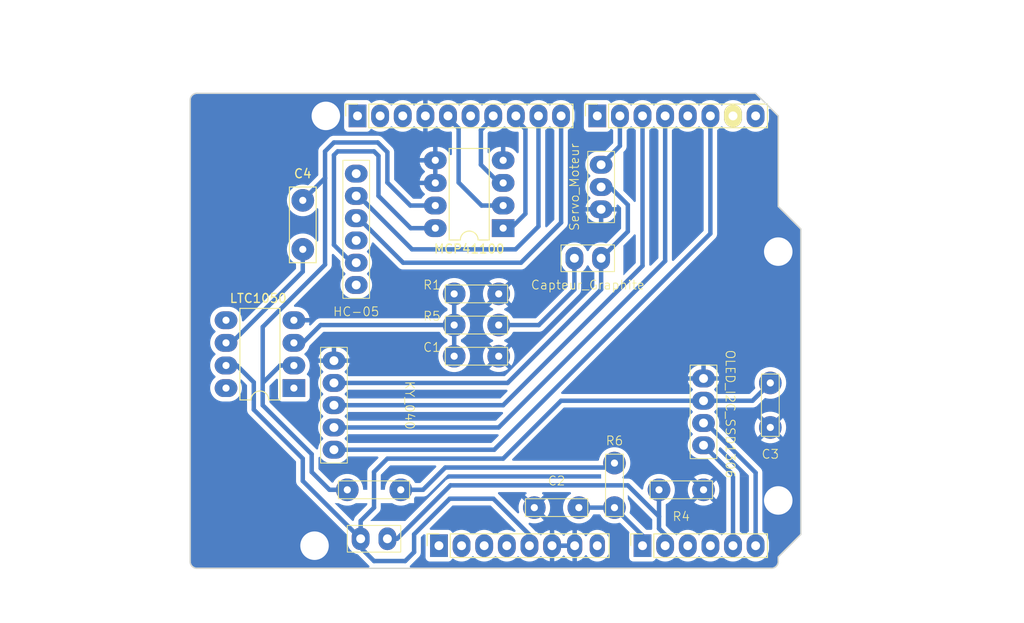
<source format=kicad_pcb>
(kicad_pcb (version 20240108) (generator "pcbnew") (generator_version "8.0")
  (title_block (date "mar. 31 mars 2015"))
  (layers (0 "F.Cu" signal) (31 "B.Cu" signal) (34 "B.Paste" user) (35 "F.Paste" user) (36 "B.SilkS" user "B.Silkscreen") (37 "F.SilkS" user "F.Silkscreen") (38 "B.Mask" user) (39 "F.Mask" user) (44 "Edge.Cuts" user))
  (net 0 "")
  (net 1 "IN+")
  (net 3 "P0W")
  (net 4 "/IOREF")
  (net 5 "ADC")
  (net 6 "GRAPH_1")
  (net 7 "/A2")
  (net 8 "/A3")
  (net 9 "Net-(LTC1050-OUT)")
  (net 10 "IN-")
  (net 12 "/12")
  (net 13 "/AREF")
  (net 14 "/Vin")
  (net 15 "/7")
  (net 16 "MOSI")
  (net 17 "SCL")
  (net 18 "SCK")
  (net 19 "CS")
  (net 20 "SDA")
  (net 21 "Rx")
  (net 22 "Tx")
  (net 23 "/TX{slash}1")
  (net 24 "/*3")
  (net 25 "/RX{slash}0")
  (net 26 "FLEX")
  (net 27 "CLK")
  (net 28 "/~{RESET}")
  (net 29 "PWM")
  (net 30 "DATA")
  (net 31 "SWITCH")
  (net 35 "GRAPH_2")
  (footprint "Connector_PinSocket_2.54mm:PinSocket_1x08_P2.54mm_Vertical" (layer "F.Cu") (at 127.94 97.46 90)
    (property "Reference" "J1" (hide yes))
    (property "Value" "Power")
    (fp_line (start 1.33 -1.33) (end 1.33 0) (stroke (width 0.12)) (layer "F.SilkS"))
    (fp_line (start 0 -1.33) (end 1.33 -1.33) (stroke (width 0.12)) (layer "F.SilkS"))
    (fp_line (start 1.33 1.27) (end 1.33 19.11) (stroke (width 0.12)) (layer "F.SilkS"))
    (fp_line (start -1.33 1.27) (end 1.33 1.27) (stroke (width 0.12)) (layer "F.SilkS"))
    (fp_line (start -1.33 1.27) (end -1.33 19.11) (stroke (width 0.12)) (layer "F.SilkS"))
    (fp_line (start -1.33 19.11) (end 1.33 19.11) (stroke (width 0.12)) (layer "F.SilkS"))
    (pad "1" thru_hole rect (at 0 0 90) (size 2.54 2) (drill 1) (layers "*.Cu" "*.Mask"))
    (pad "2" thru_hole oval (at 0 2.54 90) (size 2.54 2) (drill 1) (layers "*.Cu" "*.Mask") (net 4 "/IOREF"))
    (pad "3" thru_hole oval (at 0 5.08 90) (size 2.54 2) (drill 1) (layers "*.Cu" "*.Mask") (net 28 "/~{RESET}"))
    (pad "4" thru_hole oval (at 0 7.62 90) (size 2.54 2) (drill 1) (layers "*.Cu" "*.Mask"))
    (pad "5" thru_hole oval (at 0 10.16 90) (size 2.54 2) (drill 1) (layers "*.Cu" "F.Mask") (net 6 "GRAPH_1"))
    (pad "6" thru_hole oval (at 0 12.7 90) (size 2.54 2) (drill 1) (layers "*.Cu" "*.Mask") (net 3 "P0W"))
    (pad "7" thru_hole oval (at 0 15.24 90) (size 2.54 1.7) (drill 1) (layers "*.Cu" "*.Mask") (net 3 "P0W"))
    (pad "8" thru_hole oval (at 0 17.78 90) (size 2.54 1.7) (drill 1) (layers "*.Cu" "*.Mask") (net 14 "/Vin"))
  )
  (footprint "Connector_PinSocket_2.54mm:PinSocket_1x06_P2.54mm_Vertical" (layer "F.Cu") (at 150.8 97.46 90)
    (property "Reference" "J3" (hide yes))
    (property "Value" "Analog")
    (fp_line (start 1.33 -1.33) (end 1.33 0) (stroke (width 0.12)) (layer "F.SilkS"))
    (fp_line (start 0 -1.33) (end 1.33 -1.33) (stroke (width 0.12)) (layer "F.SilkS"))
    (fp_line (start 1.33 1.27) (end 1.33 14.03) (stroke (width 0.12)) (layer "F.SilkS"))
    (fp_line (start -1.33 1.27) (end 1.33 1.27) (stroke (width 0.12)) (layer "F.SilkS"))
    (fp_line (start -1.33 1.27) (end -1.33 14.03) (stroke (width 0.12)) (layer "F.SilkS"))
    (fp_line (start -1.33 14.03) (end 1.33 14.03) (stroke (width 0.12)) (layer "F.SilkS"))
    (pad "1" thru_hole rect (at 0 0 90) (size 2.54 2) (drill 1) (layers "*.Cu" "*.Mask") (net 5 "ADC"))
    (pad "2" thru_hole oval (at 0 2.54 90) (size 2.54 2) (drill 1) (layers "*.Cu" "*.Mask") (net 26 "FLEX"))
    (pad "3" thru_hole oval (at 0 5.08 90) (size 2.54 2) (drill 1) (layers "*.Cu" "*.Mask") (net 7 "/A2"))
    (pad "4" thru_hole oval (at 0 7.62 90) (size 2.54 2) (drill 1) (layers "*.Cu" "*.Mask") (net 8 "/A3"))
    (pad "5" thru_hole oval (at 0 10.16 90) (size 2.54 2) (drill 1) (layers "*.Cu" "*.Mask") (net 20 "SDA"))
    (pad "6" thru_hole oval (at 0 12.7 90) (size 2.54 2) (drill 1) (layers "*.Cu" "*.Mask") (net 17 "SCL"))
  )
  (footprint "Connector_PinSocket_2.54mm:PinSocket_1x10_P2.54mm_Vertical" (layer "F.Cu") (at 118.796 49.2 90)
    (property "Reference" "J2" (hide yes))
    (property "Value" "Digital/PWM")
    (fp_line (start 1.33 -1.33) (end 1.33 0) (stroke (width 0.12)) (layer "F.SilkS"))
    (fp_line (start 0 -1.33) (end 1.33 -1.33) (stroke (width 0.12)) (layer "F.SilkS"))
    (fp_line (start 1.33 1.27) (end 1.33 24.19) (stroke (width 0.12)) (layer "F.SilkS"))
    (fp_line (start -1.33 1.27) (end 1.33 1.27) (stroke (width 0.12)) (layer "F.SilkS"))
    (fp_line (start -1.33 1.27) (end -1.33 24.19) (stroke (width 0.12)) (layer "F.SilkS"))
    (fp_line (start -1.33 24.19) (end 1.33 24.19) (stroke (width 0.12)) (layer "F.SilkS"))
    (pad "1" thru_hole rect (at 0 0 90) (size 2.54 2) (drill 1) (layers "*.Cu" "B.Mask") (net 17 "SCL"))
    (pad "2" thru_hole oval (at 0 2.54 90) (size 2.54 2) (drill 1) (layers "*.Cu" "*.Mask") (net 20 "SDA"))
    (pad "3" thru_hole oval (at 0 5.08 90) (size 2.54 2) (drill 1) (layers "*.Cu" "*.Mask") (net 13 "/AREF"))
    (pad "4" thru_hole oval (at 0 7.62 90) (size 2.54 2) (drill 1) (layers "*.Cu" "*.Mask") (net 3 "P0W"))
    (pad "5" thru_hole oval (at 0 10.16 90) (size 2.54 2) (drill 1) (layers "*.Cu" "*.Mask") (net 18 "SCK"))
    (pad "6" thru_hole oval (at 0 12.7 90) (size 2.54 2) (drill 1) (layers "*.Cu" "*.Mask") (net 12 "/12"))
    (pad "7" thru_hole oval (at 0 15.24 90) (size 2.54 2) (drill 1) (layers "*.Cu" "*.Mask") (net 16 "MOSI"))
    (pad "8" thru_hole oval (at 0 17.78 90) (size 2.54 2) (drill 1) (layers "*.Cu" "*.Mask") (net 19 "CS"))
    (pad "9" thru_hole oval (at 0 20.32 90) (size 2.54 2) (drill 1) (layers "*.Cu" "*.Mask") (net 22 "Tx"))
    (pad "10" thru_hole oval (at 0 22.86 90) (size 2.54 2) (drill 1) (layers "*.Cu" "*.Mask") (net 21 "Rx"))
  )
  (footprint "Connector_PinSocket_2.54mm:PinSocket_1x08_P2.54mm_Vertical" (layer "F.Cu") (at 145.72 49.2 90)
    (property "Reference" "J4" (hide yes))
    (property "Value" "Digital/PWM")
    (fp_line (start 1.33 -1.33) (end 1.33 0) (stroke (width 0.12)) (layer "F.SilkS"))
    (fp_line (start 0 -1.33) (end 1.33 -1.33) (stroke (width 0.12)) (layer "F.SilkS"))
    (fp_line (start 1.33 1.27) (end 1.33 19.11) (stroke (width 0.12)) (layer "F.SilkS"))
    (fp_line (start -1.33 1.27) (end 1.33 1.27) (stroke (width 0.12)) (layer "F.SilkS"))
    (fp_line (start -1.33 1.27) (end -1.33 19.11) (stroke (width 0.12)) (layer "F.SilkS"))
    (fp_line (start -1.33 19.11) (end 1.33 19.11) (stroke (width 0.12)) (layer "F.SilkS"))
    (pad "1" thru_hole rect (at 0 0 90) (size 2.54 2) (drill 1) (layers "*.Cu" "*.Mask") (net 15 "/7"))
    (pad "2" thru_hole oval (at 0 2.54 90) (size 2.54 2) (drill 1) (layers "*.Cu" "*.Mask") (net 29 "PWM"))
    (pad "3" thru_hole oval (at 0 5.08 90) (size 2.54 2) (drill 1) (layers "*.Cu" "*.Mask") (net 31 "SWITCH"))
    (pad "4" thru_hole oval (at 0 7.62 90) (size 2.54 2) (drill 1) (layers "*.Cu" "*.Mask") (net 30 "DATA"))
    (pad "5" thru_hole oval (at 0 10.16 90) (size 2.54 2) (drill 1) (layers "*.Cu" "*.Mask") (net 24 "/*3"))
    (pad "6" thru_hole oval (at 0 12.7 90) (size 2.54 2) (drill 1) (layers "*.Cu" "*.Mask") (net 27 "CLK"))
    (pad "7" thru_hole oval (at 0 15.24 90) (size 2.54 2) (drill 1) (layers "*.Cu" "*.Mask" "F.SilkS") (net 23 "/TX{slash}1"))
    (pad "8" thru_hole oval (at 0 17.78 90) (size 2.54 2) (drill 1) (layers "*.Cu" "*.Mask") (net 25 "/RX{slash}0"))
  )
  (footprint "Library_empreintes:OLED SSD1306" (layer "F.Cu") (at 157.65 82.685 -90)
    (property "Reference" "OLED_I2C_SSD1306" (at 0 -3 -90) (layer "F.SilkS") (effects (font (thickness 0.1))))
    (property "Value" "~" (hide yes))
    (fp_rect (start -5.5 -1.5) (end 5 1.5) (stroke (width 0.1)) (fill none) (layer "F.SilkS"))
    (pad "1" thru_hole oval (at -4 0 180) (size 2.54 2) (drill 1) (layers "*.Cu" "*.Mask") (net 3 "P0W"))
    (pad "2" thru_hole oval (at -1.5 0) (size 2.54 2) (drill 1) (layers "*.Cu" "*.Mask") (net 6 "GRAPH_1"))
    (pad "3" thru_hole oval (at 1 0) (size 2.54 2) (drill 1) (layers "*.Cu" "*.Mask") (net 17 "SCL"))
    (pad "4" thru_hole oval (at 3.5 0 270) (size 2 2.54) (drill 1) (layers "*.Cu" "*.Mask") (net 20 "SDA"))
  )
  (footprint "Library_empreintes:R_ou_C_a_100n" (layer "F.Cu") (at 155.15 91.185)
    (property "Reference" "R4" (at 0 3 0) (layer "F.SilkS") (effects (font (thickness 0.1))))
    (property "Value" "47k" (hide yes))
    (fp_rect (start -3.5 -1) (end 3.5 1) (stroke (width 0.1)) (fill none) (layer "F.SilkS"))
    (pad "1" thru_hole circle (at -2.5 0 90) (size 2.54 2.54) (drill 0.8) (layers "*.Cu" "*.Mask") (net 26 "FLEX"))
    (pad "2" thru_hole circle (at 2.5 0 90) (size 2.54 2.54) (drill 0.8) (layers "*.Cu" "*.Mask") (net 3 "P0W"))
  )
  (footprint "Library_empreintes:Encodeur KY_040" (layer "F.Cu") (at 116.15 81.685 90)
    (property "Reference" "KY_040" (at 0 8.5 270) (layer "F.SilkS") (effects (font (thickness 0.1))))
    (property "Value" "~" (hide yes))
    (fp_rect (start -6.5 -1.5) (end 6.5 1.5) (stroke (width 0.1)) (fill none) (layer "F.SilkS"))
    (pad "1" thru_hole oval (at -5 0 90) (size 2 2.54) (drill 1) (layers "*.Cu" "*.Mask") (net 27 "CLK"))
    (pad "2" thru_hole oval (at -2.5 0 90) (size 2 2.54) (drill 1) (layers "*.Cu" "*.Mask") (net 30 "DATA"))
    (pad "3" thru_hole oval (at 0 0 90) (size 2 2.54) (drill 1) (layers "*.Cu" "*.Mask") (net 31 "SWITCH"))
    (pad "4" thru_hole oval (at 2.5 0 90) (size 2 2.54) (drill 1) (layers "*.Cu" "*.Mask") (net 6 "GRAPH_1"))
    (pad "5" thru_hole oval (at 5 0 90) (size 2 2.54) (drill 1) (layers "*.Cu" "*.Mask") (net 3 "P0W"))
  )
  (footprint "Package_DIP:DIP-8_W7.62mm_LongPads" (layer "F.Cu") (at 135.15 61.805 180)
    (property "Reference" "MCP41100" (at 3.81 -2.33 180) (layer "F.SilkS"))
    (property "Value" "~" (hide yes))
    (fp_line (start 6.06 8.95) (end 6.06 -1.33) (stroke (width 0.12)) (layer "F.SilkS"))
    (fp_line (start 6.06 -1.33) (end 4.81 -1.33) (stroke (width 0.12)) (layer "F.SilkS"))
    (fp_line (start 2.81 -1.33) (end 1.56 -1.33) (stroke (width 0.12)) (layer "F.SilkS"))
    (fp_line (start 1.56 8.95) (end 6.06 8.95) (stroke (width 0.12)) (layer "F.SilkS"))
    (fp_line (start 1.56 -1.33) (end 1.56 8.95) (stroke (width 0.12)) (layer "F.SilkS"))
    (fp_arc (start 4.81 -1.33) (mid 3.81 -0.33) (end 2.81 -1.33) (stroke (width 0.12)) (layer "F.SilkS"))
    (pad "1" thru_hole rect (at 0 0 180) (size 2.54 2) (drill 0.8) (layers "*.Cu" "*.Mask") (net 19 "CS"))
    (pad "2" thru_hole oval (at 0 2.54 180) (size 2.54 2) (drill 0.8) (layers "*.Cu" "*.Mask") (net 18 "SCK"))
    (pad "3" thru_hole oval (at 0 5.08 180) (size 2.54 2) (drill 0.8) (layers "*.Cu" "*.Mask") (net 16 "MOSI"))
    (pad "4" thru_hole oval (at 0 7.62 180) (size 2.54 2) (drill 0.8) (layers "*.Cu" "*.Mask") (net 3 "P0W"))
    (pad "5" thru_hole oval (at 7.62 7.62 180) (size 2.54 2) (drill 0.8) (layers "*.Cu" "*.Mask") (net 3 "P0W"))
    (pad "6" thru_hole oval (at 7.62 5.08 180) (size 2.54 2) (drill 0.8) (layers "*.Cu" "*.Mask") (net 3 "P0W"))
    (pad "7" thru_hole oval (at 7.62 2.54 180) (size 2.54 2) (drill 0.8) (layers "*.Cu" "*.Mask") (net 10 "IN-"))
    (pad "8" thru_hole oval (at 7.62 0 180) (size 2.54 2) (drill 0.8) (layers "*.Cu" "*.Mask") (net 6 "GRAPH_1"))
  )
  (footprint "Library_empreintes:R_ou_C_a_100n" (layer "F.Cu") (at 132.15 76.185)
    (property "Reference" "C1" (at -5 -1 0) (layer "F.SilkS") (effects (font (thickness 0.1))))
    (property "Value" "100n" (hide yes))
    (fp_rect (start -3.5 -1) (end 3.5 1) (stroke (width 0.1)) (fill none) (layer "F.SilkS"))
    (pad "1" thru_hole circle (at -2.5 0 90) (size 2.54 2.54) (drill 0.8) (layers "*.Cu" "*.Mask") (net 1 "IN+"))
    (pad "2" thru_hole circle (at 2.5 0 90) (size 2.54 2.54) (drill 0.8) (layers "*.Cu" "*.Mask") (net 3 "P0W"))
  )
  (footprint "Library_emprintes:HC-05 (Bluetooth)" (layer "F.Cu") (at 117.15 61.685 90)
    (property "Reference" "HC-05" (at -9.5 1.5 0) (layer "F.SilkS") (effects (font (thickness 0.1))))
    (property "Value" "~" (hide yes))
    (fp_rect (start -8 0) (end 7.5 3) (stroke (width 0.1)) (fill none) (layer "F.SilkS"))
    (pad "1" thru_hole oval (at -6.5 1.5 270) (size 2 2.54) (drill 1) (layers "*.Cu" "*.Mask"))
    (pad "2" thru_hole oval (at -4 1.5 90) (size 2 2.54) (drill 1) (layers "*.Cu" "*.Mask") (net 6 "GRAPH_1"))
    (pad "3" thru_hole oval (at -1.5 1.5 90) (size 2 2.54) (drill 1) (layers "*.Cu" "*.Mask") (net 3 "P0W"))
    (pad "4" thru_hole oval (at 1 1.5 90) (size 2 2.54) (drill 1) (layers "*.Cu" "*.Mask") (net 21 "Rx"))
    (pad "5" thru_hole oval (at 3.5 1.5 90) (size 2 2.54) (drill 1) (layers "*.Cu" "*.Mask") (net 22 "Tx"))
    (pad "6" thru_hole oval (at 6 1.5 90) (size 2 2.54) (drill 1) (layers "*.Cu" "*.Mask"))
  )
  (footprint "Arduino_MountingHole:MountingHole_3.2mm" (layer "F.Cu") (at 115.24 49.2)
    (property "Reference" "MH1" (hide yes))
    (property "Value" "MountingHole_3.2mm" (hide yes))
    (pad "" np_thru_hole circle (at 0 0) (size 3.2 3.2) (drill 3.2) (layers "*.Cu" "*.Mask"))
  )
  (footprint "Library_empreintes:R_ou_C_a_100n" (layer "F.Cu") (at 132.15 72.685 180)
    (property "Reference" "R5" (at 5 1 0) (layer "F.SilkS") (effects (font (thickness 0.1))))
    (property "Value" "10k" (hide yes))
    (fp_rect (start -3.5 -1) (end 3.5 1) (stroke (width 0.1)) (fill none) (layer "F.SilkS"))
    (pad "1" thru_hole circle (at -2.5 0 270) (size 2.54 2.54) (drill 0.8) (layers "*.Cu" "*.Mask") (net 35 "GRAPH_2"))
    (pad "2" thru_hole circle (at 2.5 0 270) (size 2.54 2.54) (drill 0.8) (layers "*.Cu" "*.Mask") (net 1 "IN+"))
  )
  (footprint "Library_empreintes:Sensor" (layer "F.Cu") (at 144.65 65.185 180)
    (property "Reference" "Capteur_Graphite" (at 0 -3 0) (layer "F.SilkS") (effects (font (thickness 0.1))))
    (property "Value" "~" (hide yes))
    (fp_rect (start -3 -1.5) (end 3 1.5) (stroke (width 0.1)) (fill none) (layer "F.SilkS"))
    (pad "1" thru_hole oval (at -1.5 0 180) (size 2 2.54) (drill 1) (layers "*.Cu" "*.Mask") (net 6 "GRAPH_1"))
    (pad "2" thru_hole oval (at 1.5 0 180) (size 2 2.54) (drill 1) (layers "*.Cu" "*.Mask") (net 35 "GRAPH_2"))
  )
  (footprint "Library_empreintes:R_ou_C_a_100n" (layer "F.Cu") (at 141.15 93.185 180)
    (property "Reference" "C2" (at 0 3 0) (layer "F.SilkS") (effects (font (thickness 0.1))))
    (property "Value" "100n")
    (fp_rect (start -3.5 -1) (end 3.5 1) (stroke (width 0.1)) (fill none) (layer "F.SilkS"))
    (pad "1" thru_hole circle (at -2.5 0 270) (size 2.54 2.54) (drill 0.8) (layers "*.Cu" "*.Mask") (net 5 "ADC"))
    (pad "2" thru_hole circle (at 2.5 0 270) (size 2.54 2.54) (drill 0.8) (layers "*.Cu" "*.Mask") (net 3 "P0W"))
  )
  (footprint "Capacitor_THT:C_Rect_L7.0mm_W4.5mm_P5.00mm" (layer "F.Cu") (at 112.65 61.185 90)
    (property "Reference" "C4" (at 5.5 0 0) (layer "F.SilkS"))
    (property "Value" "1µ" (hide yes))
    (fp_line (start 4 -1.5) (end 4 1.5) (stroke (width 0.12)) (layer "F.SilkS"))
    (fp_line (start -4.5 -1.5) (end 4 -1.5) (stroke (width 0.12)) (layer "F.SilkS"))
    (fp_line (start -4.5 -1.5) (end -4.5 1.5) (stroke (width 0.12)) (layer "F.SilkS"))
    (fp_line (start -4.5 1.5) (end 4 1.5) (stroke (width 0.12)) (layer "F.SilkS"))
    (pad "1" thru_hole circle (at -3 0 90) (size 2.54 2.54) (drill 0.8) (layers "*.Cu" "*.Mask" "B.Paste") (net 9 "Net-(LTC1050-OUT)"))
    (pad "2" thru_hole circle (at 2.5 0 90) (size 2.54 2.54) (drill 0.8) (layers "*.Cu" "*.Mask") (net 10 "IN-"))
  )
  (footprint "Package_DIP:DIP-8_W7.62mm_LongPads" (layer "F.Cu") (at 111.65 79.765 180)
    (property "Reference" "LTC1050" (at 4 10.08 180) (layer "F.SilkS"))
    (property "Value" "~" (hide yes))
    (fp_line (start 6.06 8.95) (end 6.06 -1.33) (stroke (width 0.12)) (layer "F.SilkS"))
    (fp_line (start 6.06 -1.33) (end 4.81 -1.33) (stroke (width 0.12)) (layer "F.SilkS"))
    (fp_line (start 2.81 -1.33) (end 1.56 -1.33) (stroke (width 0.12)) (layer "F.SilkS"))
    (fp_line (start 1.56 8.95) (end 6.06 8.95) (stroke (width 0.12)) (layer "F.SilkS"))
    (fp_line (start 1.56 -1.33) (end 1.56 8.95) (stroke (width 0.12)) (layer "F.SilkS"))
    (fp_arc (start 4.81 -1.33) (mid 3.81 -0.33) (end 2.81 -1.33) (stroke (width 0.12)) (layer "F.SilkS"))
    (pad "1" thru_hole rect (at 0 0 180) (size 2.54 2) (drill 0.8) (layers "*.Cu" "*.Mask"))
    (pad "2" thru_hole oval (at 0 2.54 180) (size 2.54 2) (drill 0.8) (layers "*.Cu" "*.Mask") (net 10 "IN-"))
    (pad "3" thru_hole oval (at 0 5.08 180) (size 2.54 2) (drill 0.8) (layers "*.Cu" "*.Mask") (net 1 "IN+"))
    (pad "4" thru_hole oval (at 0 7.62 180) (size 2.54 2) (drill 0.8) (layers "*.Cu" "*.Mask") (net 3 "P0W"))
    (pad "5" thru_hole oval (at 7.62 7.62 180) (size 2.54 2) (drill 0.8) (layers "*.Cu" "*.Mask"))
    (pad "6" thru_hole oval (at 7.62 5.08 180) (size 2.54 2) (drill 0.8) (layers "*.Cu" "*.Mask") (net 9 "Net-(LTC1050-OUT)"))
    (pad "7" thru_hole oval (at 7.62 2.54 180) (size 2.54 2) (drill 0.8) (layers "*.Cu" "*.Mask") (net 6 "GRAPH_1"))
    (pad "8" thru_hole oval (at 7.62 0 180) (size 2.54 2) (drill 0.8) (layers "*.Cu" "*.Mask"))
  )
  (footprint "Library_empreintes:R_ou_C_a_100n" (layer "F.Cu") (at 147.65 90.685 -90)
    (property "Reference" "R6" (at -5 0 0) (layer "F.SilkS") (effects (font (thickness 0.1))))
    (property "Value" "1k")
    (fp_rect (start -3.5 -1) (end 3.5 1) (stroke (width 0.1)) (fill none) (layer "F.SilkS"))
    (pad "1" thru_hole circle (at -2.5 0) (size 2.54 2.54) (drill 0.8) (layers "*.Cu" "*.Mask") (net 9 "Net-(LTC1050-OUT)"))
    (pad "2" thru_hole circle (at 2.5 0) (size 2.54 2.54) (drill 0.8) (layers "*.Cu" "*.Mask") (net 5 "ADC"))
  )
  (footprint "Library_empreintes:R_ou_C_a_100n" (layer "F.Cu") (at 132.15 69.185)
    (property "Reference" "R1" (at -5 -1 0) (layer "F.SilkS") (effects (font (thickness 0.1))))
    (property "Value" "100k" (hide yes))
    (fp_rect (start -3.5 -1) (end 3.5 1) (stroke (width 0.1)) (fill none) (layer "F.SilkS"))
    (pad "1" thru_hole circle (at -2.5 0 90) (size 2.54 2.54) (drill 0.8) (layers "*.Cu" "*.Mask") (net 1 "IN+"))
    (pad "2" thru_hole circle (at 2.5 0 90) (size 2.54 2.54) (drill 0.8) (layers "*.Cu" "*.Mask") (net 3 "P0W"))
  )
  (footprint "Arduino_MountingHole:MountingHole_3.2mm" (layer "F.Cu") (at 113.97 97.46)
    (property "Reference" "MH2" (hide yes))
    (property "Value" "MountingHole_3.2mm" (hide yes))
    (pad "" np_thru_hole circle (at 0 0) (size 3.2 3.2) (drill 3.2) (layers "*.Cu" "*.Mask"))
  )
  (footprint "Library_empreintes:R_ou_C_a_100n" (layer "F.Cu") (at 120.65 91.185)
    (property "Reference" "R3" (hide yes))
    (property "Value" "100k" (hide yes))
    (fp_rect (start -4 -1) (end 4 1) (stroke (width 0.1)) (fill none) (layer "F.SilkS"))
    (pad "1" thru_hole circle (at -3 0 90) (size 2.54 2.54) (drill 0.8) (layers "*.Cu" "*.Mask") (net 10 "IN-"))
    (pad "2" thru_hole circle (at 3 0 90) (size 2.54 2.54) (drill 0.8) (layers "*.Cu" "*.Mask") (net 9 "Net-(LTC1050-OUT)"))
  )
  (footprint "Arduino_MountingHole:MountingHole_3.2mm" (layer "F.Cu") (at 166.04 64.44)
    (property "Reference" "MH3" (hide yes))
    (property "Value" "MountingHole_3.2mm" (hide yes))
    (pad "" np_thru_hole circle (at 0 0) (size 3.2 3.2) (drill 3.2) (layers "*.Cu" "*.Mask"))
  )
  (footprint "Library_empreintes:Sensor" (layer "F.Cu") (at 120.65 96.685)
    (property "Reference" "Flex_Sensor1" (hide yes))
    (property "Value" "~" (hide yes))
    (fp_rect (start -3 -1.5) (end 3 1.5) (stroke (width 0.1)) (fill none) (layer "F.SilkS"))
    (pad "1" thru_hole oval (at -1.5 0) (size 2 2.54) (drill 1) (layers "*.Cu" "*.Mask") (net 6 "GRAPH_1"))
    (pad "2" thru_hole oval (at 1.5 0) (size 2 2.54) (drill 1) (layers "*.Cu" "*.Mask") (net 26 "FLEX"))
  )
  (footprint "Arduino_MountingHole:MountingHole_3.2mm" (layer "F.Cu") (at 166.04 92.38)
    (property "Reference" "MH4" (hide yes))
    (property "Value" "MountingHole_3.2mm" (hide yes))
    (pad "" np_thru_hole circle (at 0 0) (size 3.2 3.2) (drill 3.2) (layers "*.Cu" "*.Mask"))
  )
  (footprint "Library_empreintes:R_ou_C_a_100n" (layer "F.Cu") (at 165.15 81.685 -90)
    (property "Reference" "C3" (at 5.5 0 0) (layer "F.SilkS") (effects (font (thickness 0.1))))
    (property "Value" "100n" (hide yes))
    (fp_rect (start -3.5 -1) (end 3.5 1) (stroke (width 0.1)) (fill none) (layer "F.SilkS"))
    (pad "1" thru_hole circle (at -2.5 0) (size 2.54 2.54) (drill 0.8) (layers "*.Cu" "*.Mask") (net 6 "GRAPH_1"))
    (pad "2" thru_hole circle (at 2.5 0) (size 2.54 2.54) (drill 0.8) (layers "*.Cu" "*.Mask") (net 3 "P0W"))
  )
  (footprint "Library_empreintes:Servo Moteur" (layer "F.Cu") (at 146.15 57.185 90)
    (property "Reference" "Servo_Moteur" (at 0 -3 90) (layer "F.SilkS") (effects (font (thickness 0.1))))
    (property "Value" "~" (hide yes))
    (fp_rect (start -4 -1.5) (end 4 1.5) (stroke (width 0.1)) (fill none) (layer "F.SilkS"))
    (pad "1" thru_hole oval (at -2.5 0 90) (size 2 2.54) (drill 1) (layers "*.Cu" "*.Mask") (net 3 "P0W"))
    (pad "2" thru_hole oval (at 0 0 90) (size 2 2.54) (drill 1) (layers "*.Cu" "*.Mask") (net 6 "GRAPH_1"))
    (pad "3" thru_hole oval (at 2.5 0 90) (size 2 2.54) (drill 1) (layers "*.Cu" "*.Mask") (net 29 "PWM"))
  )
  (gr_line (start 166.04 59.36) (end 168.58 61.9) (stroke (width 0.15)) (layer "Edge.Cuts"))
  (gr_line (start 100 99.238) (end 100 47.422) (stroke (width 0.15)) (layer "Edge.Cuts"))
  (gr_line (start 168.58 61.9) (end 168.58 96.19) (stroke (width 0.15)) (layer "Edge.Cuts"))
  (gr_line (start 165.278 100) (end 100.762 100) (stroke (width 0.15)) (layer "Edge.Cuts"))
  (gr_line (start 100.762 46.66) (end 163.5 46.66) (stroke (width 0.15)) (layer "Edge.Cuts"))
  (gr_arc (start 100.762 100) (mid 100.223185 99.776815) (end 100 99.238) (stroke (width 0.15)) (layer "Edge.Cuts"))
  (gr_line (start 168.58 96.19) (end 166.04 98.73) (stroke (width 0.15)) (layer "Edge.Cuts"))
  (gr_line (start 163.5 46.66) (end 166.04 49.2) (stroke (width 0.15)) (layer "Edge.Cuts"))
  (gr_arc (start 166.04 99.238) (mid 165.816815 99.776815) (end 165.278 100) (stroke (width 0.15)) (layer "Edge.Cuts"))
  (gr_line (start 166.04 49.2) (end 166.04 59.36) (stroke (width 0.15)) (layer "Edge.Cuts"))
  (gr_line (start 166.04 98.73) (end 166.04 99.238) (stroke (width 0.15)) (layer "Edge.Cuts"))
  (gr_arc (start 100 47.422) (mid 100.223185 46.883185) (end 100.762 46.66) (stroke (width 0.15)) (layer "Edge.Cuts"))
  (segment (start 129.65 69.185) (end 129.65 72.685) (width 0.5) (layer "B.Cu") (net 1))
  (segment (start 129.65 76.185) (end 129.65 72.685) (width 0.5) (layer "B.Cu") (net 1))
  (segment (start 112.65 74.685) (end 114.65 72.685) (width 0.5) (layer "B.Cu") (net 1))
  (segment (start 111.65 74.685) (end 112.65 74.685) (width 0.5) (layer "B.Cu") (net 1))
  (segment (start 114.65 72.685) (end 129.65 72.685) (width 0.5) (layer "B.Cu") (net 1))
  (segment (start 140.64 97.46) (end 140.362742 97.46) (width 0.5) (layer "B.Cu") (net 3))
  (segment (start 140.64 97.46) (end 143.18 97.46) (width 0.5) (layer "B.Cu") (net 3))
  (segment (start 150.8 96.335) (end 147.65 93.185) (width 0.5) (layer "B.Cu") (net 5))
  (segment (start 150.8 97.46) (end 150.8 96.335) (width 0.5) (layer "B.Cu") (net 5))
  (segment (start 151.04 97.46) (end 150.8 97.46) (width 0.5) (layer "B.Cu") (net 5))
  (segment (start 143.65 93.185) (end 147.65 93.185) (width 0.5) (layer "B.Cu") (net 5))
  (segment (start 112.65 90.185) (end 112.65 87.685) (width 0.5) (layer "B.Cu") (net 6))
  (segment (start 120.65 53.185) (end 121.15 53.685) (width 0.5) (layer "B.Cu") (net 6))
  (segment (start 107.15 82.185) (end 107.15 79.115) (width 0.5) (layer "B.Cu") (net 6))
  (segment (start 124.77 61.805) (end 127.53 61.805) (width 0.5) (layer "B.Cu") (net 6))
  (segment (start 121.15 53.685) (end 121.15 58.185) (width 0.5) (layer "B.Cu") (net 6))
  (segment (start 118.65 65.685) (end 118.15 65.685) (width 0.5) (layer "B.Cu") (net 6))
  (segment (start 146.15 68.685) (end 146.15 65.185) (width 0.5) (layer "B.Cu") (net 6))
  (segment (start 135.15 87.685) (end 141.65 81.185) (width 0.5) (layer "B.Cu") (net 6))
  (segment (start 141.65 81.185) (end 157.65 81.185) (width 0.5) (layer "B.Cu") (net 6))
  (segment (start 121.15 58.185) (end 124.77 61.805) (width 0.5) (layer "B.Cu") (net 6))
  (segment (start 138.1 96.23) (end 134.055 92.185) (width 0.5) (layer "B.Cu") (net 6))
  (segment (start 119.15 96.685) (end 119.15 94.685) (width 0.5) (layer "B.Cu") (net 6))
  (segment (start 107.15 79.115) (end 105.26 77.225) (width 0.5) (layer "B.Cu") (net 6))
  (segment (start 120.65 93.185) (end 120.65 89.185) (width 0.5) (layer "B.Cu") (net 6))
  (segment (start 118.15 65.685) (end 116.15 63.685) (width 0.5) (layer "B.Cu") (net 6))
  (segment (start 146.15 57.185) (end 147.15 57.185) (width 0.5) (layer "B.Cu") (net 6))
  (segment (start 149.15 62.185) (end 146.15 65.185) (width 0.5) (layer "B.Cu") (net 6))
  (segment (start 165.15 79.185) (end 163.15 81.185) (width 0.5) (layer "B.Cu") (net 6))
  (segment (start 116.564214 53.185) (end 120.65 53.185) (width 0.5) (layer "B.Cu") (net 6))
  (segment (start 125.15 98.185) (end 124.15 99.185) (width 0.5) (layer "B.Cu") (net 6))
  (segment (start 134.055 92.185) (end 129.15 92.185) (width 0.5) (layer "B.Cu") (net 6))
  (segment (start 125.15 96.185) (end 125.15 98.185) (width 0.5) (layer "B.Cu") (net 6))
  (segment (start 105.26 77.225) (end 104.03 77.225) (width 0.5) (layer "B.Cu") (net 6))
  (segment (start 119.15 94.685) (end 120.65 93.185) (width 0.5) (layer "B.Cu") (net 6))
  (segment (start 116.15 79.185) (end 135.65 79.185) (width 0.5) (layer "B.Cu") (net 6))
  (segment (start 120.65 99.185) (end 119.15 97.685) (width 0.5) (layer "B.Cu") (net 6))
  (segment (start 138.1 97.46) (end 138.1 96.23) (width 0.5) (layer "B.Cu") (net 6))
  (segment (start 135.65 79.185) (end 146.15 68.685) (width 0.5) (layer "B.Cu") (net 6))
  (segment (start 124.15 99.185) (end 120.65 99.185) (width 0.5) (layer "B.Cu") (net 6))
  (segment (start 119.15 96.685) (end 118.65 96.685) (width 0.5) (layer "B.Cu") (net 6))
  (segment (start 147.15 57.185) (end 149.15 59.185) (width 0.5) (layer "B.Cu") (net 6))
  (segment (start 116.15 53.599214) (end 116.564214 53.185) (width 0.5) (layer "B.Cu") (net 6))
  (segment (start 119.15 96.685) (end 112.65 90.185) (width 0.5) (layer "B.Cu") (net 6))
  (segment (start 129.15 92.185) (end 125.15 96.185) (width 0.5) (layer "B.Cu") (net 6))
  (segment (start 149.15 59.185) (end 149.15 62.185) (width 0.5) (layer "B.Cu") (net 6))
  (segment (start 119.15 97.685) (end 119.15 96.685) (width 0.5) (layer "B.Cu") (net 6))
  (segment (start 118.65 65.685) (end 118.92 65.685) (width 0.5) (layer "B.Cu") (net 6))
  (segment (start 163.15 81.185) (end 157.65 81.185) (width 0.5) (layer "B.Cu") (net 6))
  (segment (start 116.15 63.685) (end 116.15 53.599214) (width 0.5) (layer "B.Cu") (net 6))
  (segment (start 122.15 87.685) (end 135.15 87.685) (width 0.5) (layer "B.Cu") (net 6))
  (segment (start 146.15 57.185) (end 145.88 57.185) (width 0.5) (layer "B.Cu") (net 6))
  (segment (start 112.65 87.685) (end 107.15 82.185) (width 0.5) (layer "B.Cu") (net 6))
  (segment (start 120.65 89.185) (end 122.15 87.685) (width 0.5) (layer "B.Cu") (net 6))
  (segment (start 112.65 66.685) (end 104.65 74.685) (width 0.5) (layer "B.Cu") (net 9))
  (segment (start 112.65 64.185) (end 112.65 66.685) (width 0.5) (layer "B.Cu") (net 9))
  (segment (start 147.15 88.685) (end 147.65 88.185) (width 0.5) (layer "B.Cu") (net 9))
  (segment (start 104.65 74.685) (end 104.03 74.685) (width 0.5) (layer "B.Cu") (net 9))
  (segment (start 126.15 91.185) (end 128.65 88.685) (width 0.5) (layer "B.Cu") (net 9))
  (segment (start 128.65 88.685) (end 147.15 88.685) (width 0.5) (layer "B.Cu") (net 9))
  (segment (start 123.65 91.185) (end 126.15 91.185) (width 0.5) (layer "B.Cu") (net 9))
  (segment (start 124.73 59.265) (end 122.15 56.685) (width 0.5) (layer "B.Cu") (net 10))
  (segment (start 113.65 89.185) (end 113.65 87.185) (width 0.5) (layer "B.Cu") (net 10))
  (segment (start 116.15 52.185) (end 115.15 53.185) (width 0.5) (layer "B.Cu") (net 10))
  (segment (start 115.15 53.185) (end 115.15 56.185) (width 0.5) (layer "B.Cu") (net 10))
  (segment (start 115.65 91.185) (end 113.65 89.185) (width 0.5) (layer "B.Cu") (net 10))
  (segment (start 121.064214 52.185) (end 116.15 52.185) (width 0.5) (layer "B.Cu") (net 10))
  (segment (start 108.15 79.185) (end 108.15 72.900126) (width 0.5) (layer "B.Cu") (net 10))
  (segment (start 122.15 56.685) (end 122.15 53.270786) (width 0.5) (layer "B.Cu") (net 10))
  (segment (start 108.15 72.900126) (end 115.15 65.900126) (width 0.5) (layer "B.Cu") (net 10))
  (segment (start 122.15 53.270786) (end 121.064214 52.185) (width 0.5) (layer "B.Cu") (net 10))
  (segment (start 117.65 91.185) (end 115.65 91.185) (width 0.5) (layer "B.Cu") (net 10))
  (segment (start 108.15 79.185) (end 110.11 77.225) (width 0.5) (layer "B.Cu") (net 10))
  (segment (start 113.65 87.185) (end 108.15 81.685) (width 0.5) (layer "B.Cu") (net 10))
  (segment (start 112.65 58.685) (end 115.15 56.185) (width 0.5) (layer "B.Cu") (net 10))
  (segment (start 112.15 58.185) (end 112.15 58.685) (width 0.5) (layer "B.Cu") (net 10))
  (segment (start 127.53 59.265) (end 124.73 59.265) (width 0.5) (layer "B.Cu") (net 10))
  (segment (start 115.15 65.900126) (end 115.15 56.185) (width 0.5) (layer "B.Cu") (net 10))
  (segment (start 110.11 77.225) (end 111.65 77.225) (width 0.5) (layer "B.Cu") (net 10))
  (segment (start 108.15 81.685) (end 108.15 79.185) (width 0.5) (layer "B.Cu") (net 10))
  (segment (start 132.65 54.685) (end 132.65 50.790874) (width 0.5) (layer "B.Cu") (net 16))
  (segment (start 134.69 56.725) (end 132.65 54.685) (width 0.5) (layer "B.Cu") (net 16))
  (segment (start 135.15 56.725) (end 134.69 56.725) (width 0.5) (layer "B.Cu") (net 16))
  (segment (start 134.036 49.2) (end 134.036 49.404874) (width 0.5) (layer "B.Cu") (net 16))
  (segment (start 134.036 49.404874) (end 132.65 50.790874) (width 0.5) (layer "B.Cu") (net 16))
  (segment (start 157.65 83.685) (end 157.92 83.685) (width 0.5) (layer "B.Cu") (net 17))
  (segment (start 163.5 89.265) (end 163.5 97.46) (width 0.5) (layer "B.Cu") (net 17))
  (segment (start 157.92 83.685) (end 163.5 89.265) (width 0.5) (layer "B.Cu") (net 17))
  (segment (start 130.15 50.598874) (end 128.956 49.404874) (width 0.5) (layer "B.Cu") (net 18))
  (segment (start 132.73 59.265) (end 130.15 56.685) (width 0.5) (layer "B.Cu") (net 18))
  (segment (start 128.956 49.404874) (end 128.956 49.2) (width 0.5) (layer "B.Cu") (net 18))
  (segment (start 135.15 59.265) (end 132.73 59.265) (width 0.5) (layer "B.Cu") (net 18))
  (segment (start 128.76 49.396) (end 128.956 49.2) (width 0.5) (layer "B.Cu") (net 18))
  (segment (start 130.15 56.685) (end 130.15 50.598874) (width 0.5) (layer "B.Cu") (net 18))
  (segment (start 137.65 50.685) (end 136.576 49.611) (width 0.5) (layer "B.Cu") (net 19))
  (segment (start 136.03 61.805) (end 137.65 60.185) (width 0.5) (layer "B.Cu") (net 19))
  (segment (start 136.576 49.611) (end 136.576 49.2) (width 0.5) (layer "B.Cu") (net 19))
  (segment (start 137.65 60.185) (end 137.65 50.685) (width 0.5) (layer "B.Cu") (net 19))
  (segment (start 135.15 61.805) (end 136.03 61.805) (width 0.5) (layer "B.Cu") (net 19))
  (segment (start 157.65 86.185) (end 160.96 89.495) (width 0.5) (layer "B.Cu") (net 20))
  (segment (start 160.96 89.495) (end 160.96 97.46) (width 0.5) (layer "B.Cu") (net 20))
  (segment (start 123.92 65.685) (end 137.15 65.685) (width 0.5) (layer "B.Cu") (net 21))
  (segment (start 137.15 65.685) (end 141.656 61.179) (width 0.5) (layer "B.Cu") (net 21))
  (segment (start 141.656 61.179) (end 141.656 49.2) (width 0.5) (layer "B.Cu") (net 21))
  (segment (start 118.65 60.685) (end 118.92 60.685) (width 0.5) (layer "B.Cu") (net 21))
  (segment (start 118.92 60.685) (end 123.92 65.685) (width 0.5) (layer "B.Cu") (net 21))
  (segment (start 136.54 64.185) (end 139.116 61.609) (width 0.5) (layer "B.Cu") (net 22))
  (segment (start 118.92 58.185) (end 124.92 64.185) (width 0.5) (layer "B.Cu") (net 22))
  (segment (start 138.885786 49.2) (end 139.116 49.2) (width 0.5) (layer "B.Cu") (net 22))
  (segment (start 118.65 58.185) (end 118.92 58.185) (width 0.5) (layer "B.Cu") (net 22))
  (segment (start 139.116 61.609) (end 139.116 49.2) (width 0.5) (layer "B.Cu") (net 22))
  (segment (start 124.92 64.185) (end 136.54 64.185) (width 0.5) (layer "B.Cu") (net 22))
  (segment (start 149.15 90.685) (end 152.65 94.185) (width 0.5) (layer "B.Cu") (net 26))
  (segment (start 152.65 91.185) (end 152.65 94.185) (width 0.5) (layer "B.Cu") (net 26))
  (segment (start 152.65 95.54) (end 152.7225 95.6125) (width 0.5) (layer "B.Cu") (net 26))
  (segment (start 153.34 96.23) (end 153.34 97.46) (width 0.5) (layer "B.Cu") (net 26))
  (segment (start 152.65 94.185) (end 152.65 95.54) (width 0.5) (layer "B.Cu") (net 26))
  (segment (start 129.235786 90.685) (end 149.15 90.685) (width 0.5) (layer "B.Cu") (net 26))
  (segment (start 122.15 96.685) (end 123.235786 96.685) (width 0.5) (layer "B.Cu") (net 26))
  (segment (start 152.7225 95.6125) (end 153.34 96.23) (width 0.5) (layer "B.Cu") (net 26))
  (segment (start 123.235786 96.685) (end 129.235786 90.685) (width 0.5) (layer "B.Cu") (net 26))
  (segment (start 158.42 62.415) (end 134.15 86.685) (width 0.5) (layer "B.Cu") (net 27))
  (segment (start 158.42 49.2) (end 158.42 62.415) (width 0.5) (layer "B.Cu") (net 27))
  (segment (start 134.15 86.685) (end 116.15 86.685) (width 0.5) (layer "B.Cu") (net 27))
  (segment (start 146.15 54.685) (end 148.26 52.575) (width 0.5) (layer "B.Cu") (net 29))
  (segment (start 148.26 52.575) (end 148.26 49.2) (width 0.5) (layer "B.Cu") (net 29))
  (segment (start 153.34 65.495) (end 134.65 84.185) (width 0.5) (layer "B.Cu") (net 30))
  (segment (start 134.65 84.185) (end 116.15 84.185) (width 0.5) (layer "B.Cu") (net 30))
  (segment (start 153.34 49.2) (end 153.34 65.495) (width 0.5) (layer "B.Cu") (net 30))
  (segment (start 135.15 81.685) (end 116.15 81.685) (width 0.5) (layer "B.Cu") (net 31))
  (segment (start 150.8 49.2) (end 150.8 66.035) (width 0.5) (layer "B.Cu") (net 31))
  (segment (start 150.8 66.035) (end 135.15 81.685) (width 0.5) (layer "B.Cu") (net 31))
  (segment (start 143.15 68.685) (end 143.15 65.185) (width 0.5) (layer "B.Cu") (net 35))
  (segment (start 134.65 72.685) (end 139.15 72.685) (width 0.5) (layer "B.Cu") (net 35))
  (segment (start 139.15 72.685) (end 143.15 68.685) (width 0.5) (layer "B.Cu") (net 35))
  (zone (net 3) (net_name "P0W") (layer "B.Cu") (priority 2) (connect_pads (clearance 0.508)) (min_thickness 0.25) (fill yes (thermal_gap 0.5) (thermal_bridge_width 0.5))
    (polygon (pts (xy 150.65 50.185) (xy 150.65 67.685) (xy 153.15 65.185) (xy 153.15 50.185)))
  )
  (zone (net 3) (net_name "P0W") (layer "B.Cu") (priority 7) (connect_pads (clearance 0.508)) (min_thickness 0.25) (fill yes (thermal_gap 0.5) (thermal_bridge_width 0.5))
    (polygon (pts (xy 160.65 89.685) (xy 163.65 89.685) (xy 163.65 96.185) (xy 160.65 96.185)))
  )
  (zone (net 3) (net_name "P0W") (layer "B.Cu") (priority 5) (connect_pads (clearance 0.508)) (min_thickness 0.25) (fill yes (thermal_gap 0.5) (thermal_bridge_width 0.5))
    (polygon (pts (xy 135.65 79.185) (xy 135.65 87.685) (xy 116.65 87.685) (xy 116.65 79.185)))
  )
  (zone (net 3) (net_name "P0W") (layer "B.Cu") (priority 8) (connect_pads (clearance 0.508)) (min_thickness 0.25) (fill yes (thermal_gap 0.5) (thermal_bridge_width 0.5))
    (polygon (pts (xy 146.15 90.685) (xy 146.15 88.685) (xy 128.65 88.685) (xy 128.65 91.185) (xy 129.15 90.685)))
  )
  (zone (net 3) (net_name "P0W") (layer "B.Cu") (priority 3) (connect_pads (clearance 0.508)) (min_thickness 0.25) (fill yes (thermal_gap 0.5) (thermal_bridge_width 0.5))
    (polygon (pts (xy 139.15 50.185) (xy 139.15 63.685) (xy 141.65 61.185) (xy 141.65 50.185)))
  )
  (zone (net 3) (net_name "P0W") (layer "B.Cu") (priority 12) (connect_pads (clearance 0.508)) (min_thickness 0.25) (fill yes (thermal_gap 0.5) (thermal_bridge_width 0.5))
    (polygon (pts (xy 126.15 91.185) (xy 114.15 91.185) (xy 114.15 86.685) (xy 130.65 86.685)))
  )
  (zone (net 3) (net_name "P0W") (layer "B.Cu") (priority 6) (connect_pads (clearance 0.508)) (min_thickness 0.25) (fill yes (thermal_gap 0.5) (thermal_bridge_width 0.5))
    (polygon (pts (xy 129.15 92.185) (xy 134.15 92.185) (xy 138.15 96.185) (xy 125.15 96.185)))
  )
  (zone (net 3) (net_name "P0W") (layer "B.Cu") (priority 11) (connect_pads (clearance 0.508)) (min_thickness 0.25) (fill yes (thermal_gap 0.5) (thermal_bridge_width 0.5))
    (polygon (pts (xy 117.15 94.685) (xy 125.15 94.685) (xy 128.65 91.185) (xy 128.65 88.685) (xy 126.15 91.185) (xy 125.15 91.185) (xy 125.15 92.685) (xy 115.15 92.685)))
  )
  (zone (net 3) (net_name "P0W") (layer "B.Cu") (priority 1) (connect_pads (clearance 0.508)) (min_thickness 0.25) (fill yes (thermal_gap 0.5) (thermal_bridge_width 0.5))
    (polygon (pts (xy 153.15 50.185) (xy 153.15 66.185) (xy 154.65 66.185) (xy 158.65 62.185) (xy 158.65 50.185)))
  )
  (zone (net 3) (net_name "P0W") (layer "B.Cu") (priority 10) (connect_pads (clearance 0.508)) (min_thickness 0.25) (fill yes (thermal_gap 0.5) (thermal_bridge_width 0.5))
    (polygon (pts (xy 149.15 90.685) (xy 149.15 94.685) (xy 150.65 96.185) (xy 153.15 96.185) (xy 153.15 94.685)))
  )
  (zone (net 3) (net_name "P0W") (layer "B.Cu") (priority 9) (connect_pads (clearance 0.508)) (min_thickness 0.25) (fill yes (thermal_gap 0.5) (thermal_bridge_width 0.5))
    (polygon (pts (xy 160.65 89.685) (xy 159.15 88.185) (xy 159.15 84.685) (xy 163.65 89.185) (xy 163.65 89.685)))
  )
  (zone (net 3) (net_name "P0W") (layer "B.Cu") (priority 4) (connect_pads (clearance 0.508)) (min_thickness 0.25) (fill yes (thermal_gap 0.5) (thermal_bridge_width 0.5))
    (polygon (pts (xy 148.65 50.185) (xy 148.65 68.185) (xy 150.65 66.185) (xy 150.65 50.185)))
  )
  (zone (net 3) (net_name "P0W") (layer "B.Cu") (connect_pads (clearance 0.508)) (min_thickness 0.25) (fill yes (thermal_gap 0.5) (thermal_bridge_width 0.5))
    (polygon (pts (xy 78.65 36.185) (xy 78.65 106.185) (xy 193.65 106.185) (xy 193.65 36.185)))
  )
)
</source>
